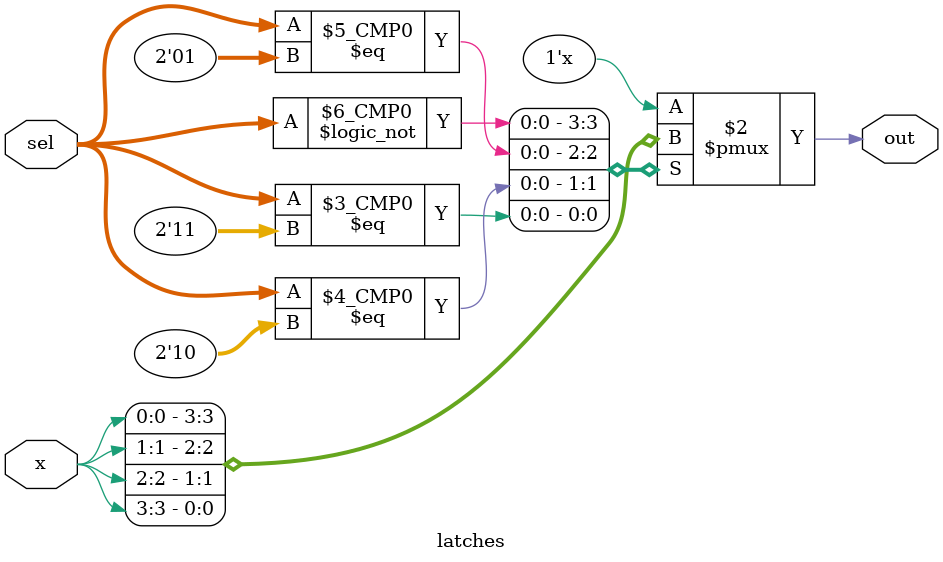
<source format=v>
module latches(
    input [1:0] sel,
    input [3:0] x,
    output reg out
);
    always @(*)
    begin
        case (sel)
            2'b00: out = x[0];
            2'b01: out = x[1];
            2'b10: out = x[2];
            2'b11: out = x[3]; //Clear this line to create unwanted latch
        endcase
    end
endmodule
</source>
